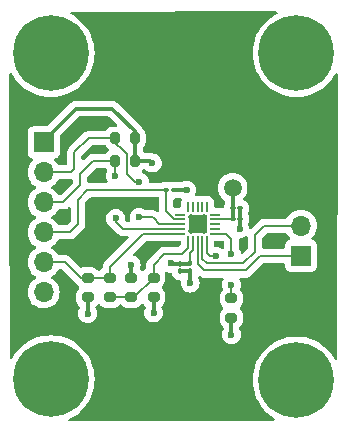
<source format=gbr>
%TF.GenerationSoftware,KiCad,Pcbnew,8.0.5*%
%TF.CreationDate,2025-02-27T19:14:30+02:00*%
%TF.ProjectId,_autosave-QS390,5f617574-6f73-4617-9665-2d5153333930,rev?*%
%TF.SameCoordinates,Original*%
%TF.FileFunction,Copper,L1,Top*%
%TF.FilePolarity,Positive*%
%FSLAX46Y46*%
G04 Gerber Fmt 4.6, Leading zero omitted, Abs format (unit mm)*
G04 Created by KiCad (PCBNEW 8.0.5) date 2025-02-27 19:14:30*
%MOMM*%
%LPD*%
G01*
G04 APERTURE LIST*
G04 Aperture macros list*
%AMRoundRect*
0 Rectangle with rounded corners*
0 $1 Rounding radius*
0 $2 $3 $4 $5 $6 $7 $8 $9 X,Y pos of 4 corners*
0 Add a 4 corners polygon primitive as box body*
4,1,4,$2,$3,$4,$5,$6,$7,$8,$9,$2,$3,0*
0 Add four circle primitives for the rounded corners*
1,1,$1+$1,$2,$3*
1,1,$1+$1,$4,$5*
1,1,$1+$1,$6,$7*
1,1,$1+$1,$8,$9*
0 Add four rect primitives between the rounded corners*
20,1,$1+$1,$2,$3,$4,$5,0*
20,1,$1+$1,$4,$5,$6,$7,0*
20,1,$1+$1,$6,$7,$8,$9,0*
20,1,$1+$1,$8,$9,$2,$3,0*%
G04 Aperture macros list end*
%TA.AperFunction,ComponentPad*%
%ADD10R,1.700000X1.700000*%
%TD*%
%TA.AperFunction,ComponentPad*%
%ADD11O,1.700000X1.700000*%
%TD*%
%TA.AperFunction,ComponentPad*%
%ADD12C,0.800000*%
%TD*%
%TA.AperFunction,ComponentPad*%
%ADD13C,6.400000*%
%TD*%
%TA.AperFunction,SMDPad,CuDef*%
%ADD14C,1.500000*%
%TD*%
%TA.AperFunction,SMDPad,CuDef*%
%ADD15RoundRect,0.200000X-0.275000X0.200000X-0.275000X-0.200000X0.275000X-0.200000X0.275000X0.200000X0*%
%TD*%
%TA.AperFunction,SMDPad,CuDef*%
%ADD16RoundRect,0.200000X0.200000X0.275000X-0.200000X0.275000X-0.200000X-0.275000X0.200000X-0.275000X0*%
%TD*%
%TA.AperFunction,SMDPad,CuDef*%
%ADD17RoundRect,0.050000X-0.375000X-0.050000X0.375000X-0.050000X0.375000X0.050000X-0.375000X0.050000X0*%
%TD*%
%TA.AperFunction,SMDPad,CuDef*%
%ADD18RoundRect,0.050000X-0.050000X-0.375000X0.050000X-0.375000X0.050000X0.375000X-0.050000X0.375000X0*%
%TD*%
%TA.AperFunction,HeatsinkPad*%
%ADD19C,0.500000*%
%TD*%
%TA.AperFunction,HeatsinkPad*%
%ADD20R,1.650000X1.650000*%
%TD*%
%TA.AperFunction,SMDPad,CuDef*%
%ADD21RoundRect,0.100000X-0.130000X-0.100000X0.130000X-0.100000X0.130000X0.100000X-0.130000X0.100000X0*%
%TD*%
%TA.AperFunction,SMDPad,CuDef*%
%ADD22RoundRect,0.100000X-0.100000X0.130000X-0.100000X-0.130000X0.100000X-0.130000X0.100000X0.130000X0*%
%TD*%
%TA.AperFunction,ViaPad*%
%ADD23C,0.600000*%
%TD*%
%TA.AperFunction,Conductor*%
%ADD24C,0.200000*%
%TD*%
%TA.AperFunction,Conductor*%
%ADD25C,0.300000*%
%TD*%
G04 APERTURE END LIST*
D10*
%TO.P,J1,1,Pin_1*%
%TO.N,+3V3*%
X79400000Y-63660000D03*
D11*
%TO.P,J1,2,Pin_2*%
%TO.N,/SDA*%
X79400000Y-66200000D03*
%TO.P,J1,3,Pin_3*%
%TO.N,/SCL*%
X79400000Y-68740000D03*
%TO.P,J1,4,Pin_4*%
%TO.N,/MCLR*%
X79400000Y-71280000D03*
%TO.P,J1,5,Pin_5*%
%TO.N,/ADDR-PWM*%
X79400000Y-73820000D03*
%TO.P,J1,6,Pin_6*%
%TO.N,GND*%
X79400000Y-76360000D03*
%TD*%
D12*
%TO.P,H3,1,1*%
%TO.N,GND*%
X77600000Y-83700000D03*
X78302944Y-82002944D03*
X78302944Y-85397056D03*
X80000000Y-81300000D03*
D13*
X80000000Y-83700000D03*
D12*
X80000000Y-86100000D03*
X81697056Y-82002944D03*
X81697056Y-85397056D03*
X82400000Y-83700000D03*
%TD*%
%TO.P,H4,1,1*%
%TO.N,GND*%
X98400000Y-83800000D03*
X99102944Y-82102944D03*
X99102944Y-85497056D03*
X100800000Y-81400000D03*
D13*
X100800000Y-83800000D03*
D12*
X100800000Y-86200000D03*
X102497056Y-82102944D03*
X102497056Y-85497056D03*
X103200000Y-83800000D03*
%TD*%
%TO.P,H2,1,1*%
%TO.N,GND*%
X98400000Y-56100000D03*
X99102944Y-54402944D03*
X99102944Y-57797056D03*
X100800000Y-53700000D03*
D13*
X100800000Y-56100000D03*
D12*
X100800000Y-58500000D03*
X102497056Y-54402944D03*
X102497056Y-57797056D03*
X103200000Y-56100000D03*
%TD*%
%TO.P,H1,1,1*%
%TO.N,GND*%
X77600000Y-56100000D03*
X78302944Y-54402944D03*
X78302944Y-57797056D03*
X80000000Y-53700000D03*
D13*
X80000000Y-56100000D03*
D12*
X80000000Y-58500000D03*
X81697056Y-54402944D03*
X81697056Y-57797056D03*
X82400000Y-56100000D03*
%TD*%
D14*
%TO.P,TP1,1,1*%
%TO.N,Net-(U1-VREG)*%
X95400000Y-67500000D03*
%TD*%
D15*
%TO.P,R2,1*%
%TO.N,/ADDR-PWM*%
X83125000Y-75125000D03*
%TO.P,R2,2*%
%TO.N,GND*%
X83125000Y-76775000D03*
%TD*%
D10*
%TO.P,J2,1,Pin_1*%
%TO.N,Net-(J2-Pin_1)*%
X101175000Y-73250000D03*
D11*
%TO.P,J2,2,Pin_2*%
%TO.N,Net-(J2-Pin_2)*%
X101175000Y-70710000D03*
%TD*%
D16*
%TO.P,R1,1*%
%TO.N,+3V3*%
X87125000Y-63300000D03*
%TO.P,R1,2*%
%TO.N,/SDA*%
X85475000Y-63300000D03*
%TD*%
D15*
%TO.P,R5,1*%
%TO.N,+3V3*%
X86800000Y-75100000D03*
%TO.P,R5,2*%
%TO.N,Net-(U1-TRIG_HAPTICS{slash}AUTO_WAKE)*%
X86800000Y-76750000D03*
%TD*%
%TO.P,R7,2*%
%TO.N,GND*%
X95300000Y-78525000D03*
%TO.P,R7,1*%
%TO.N,Net-(U1-MODE_SEL)*%
X95300000Y-76875000D03*
%TD*%
%TO.P,R4,1*%
%TO.N,/ADDR-PWM*%
X85000000Y-75100000D03*
%TO.P,R4,2*%
%TO.N,Net-(U1-TRIG_HAPTICS{slash}AUTO_WAKE)*%
X85000000Y-76750000D03*
%TD*%
D17*
%TO.P,U1,1,NC*%
%TO.N,unconnected-(U1-NC-Pad1)*%
X90975000Y-69775000D03*
%TO.P,U1,2,MCLR*%
%TO.N,/MCLR*%
X90975000Y-70175000D03*
%TO.P,U1,3,SDA/NC*%
%TO.N,/SDA*%
X90975000Y-70575000D03*
%TO.P,U1,4,SCL/DIR*%
%TO.N,/SCL*%
X90975000Y-70975000D03*
%TO.P,U1,5,ADDR_SEL/PWM_IN*%
%TO.N,/ADDR-PWM*%
X90975000Y-71375000D03*
D18*
%TO.P,U1,6,TRIG_HAPTICS/AUTO_WAKE*%
%TO.N,Net-(U1-TRIG_HAPTICS{slash}AUTO_WAKE)*%
X91625000Y-72025000D03*
%TO.P,U1,7,VDD*%
%TO.N,+3V3*%
X92025000Y-72025000D03*
%TO.P,U1,8,M+*%
%TO.N,Net-(J2-Pin_1)*%
X92425000Y-72025000D03*
%TO.P,U1,9,M-*%
%TO.N,Net-(J2-Pin_2)*%
X92825000Y-72025000D03*
%TO.P,U1,10,VSS*%
%TO.N,GND*%
X93225000Y-72025000D03*
D17*
%TO.P,U1,11,MODE_SEL*%
%TO.N,Net-(U1-MODE_SEL)*%
X93875000Y-71375000D03*
%TO.P,U1,12*%
%TO.N,N/C*%
X93875000Y-70975000D03*
%TO.P,U1,13,NC*%
%TO.N,unconnected-(U1-NC-Pad13)*%
X93875000Y-70575000D03*
%TO.P,U1,14,VREG*%
%TO.N,Net-(U1-VREG)*%
X93875000Y-70175000D03*
%TO.P,U1,15,NC*%
%TO.N,unconnected-(U1-NC-Pad15)*%
X93875000Y-69775000D03*
D18*
%TO.P,U1,16,NC*%
%TO.N,unconnected-(U1-NC-Pad16)*%
X93225000Y-69125000D03*
%TO.P,U1,17*%
%TO.N,N/C*%
X92825000Y-69125000D03*
%TO.P,U1,18*%
X92425000Y-69125000D03*
%TO.P,U1,19*%
X92025000Y-69125000D03*
%TO.P,U1,20,NC*%
%TO.N,unconnected-(U1-NC-Pad20)*%
X91625000Y-69125000D03*
D19*
%TO.P,U1,21,EP*%
%TO.N,GND*%
X91850000Y-70000000D03*
X91850000Y-71150000D03*
D20*
X92425000Y-70575000D03*
D19*
X93000000Y-70000000D03*
X93000000Y-71150000D03*
%TD*%
D16*
%TO.P,R3,1*%
%TO.N,+3V3*%
X87125000Y-65200000D03*
%TO.P,R3,2*%
%TO.N,/SCL*%
X85475000Y-65200000D03*
%TD*%
D21*
%TO.P,C5,1*%
%TO.N,Net-(U1-VREG)*%
X95400000Y-69250000D03*
%TO.P,C5,2*%
%TO.N,GND*%
X96040000Y-69250000D03*
%TD*%
D22*
%TO.P,C3,1*%
%TO.N,+3V3*%
X90975000Y-73925000D03*
%TO.P,C3,2*%
%TO.N,GND*%
X90975000Y-74565000D03*
%TD*%
%TO.P,C2,2*%
%TO.N,GND*%
X91775000Y-74545000D03*
%TO.P,C2,1*%
%TO.N,+3V3*%
X91775000Y-73905000D03*
%TD*%
D15*
%TO.P,R6,1*%
%TO.N,Net-(U1-TRIG_HAPTICS{slash}AUTO_WAKE)*%
X88700000Y-75100000D03*
%TO.P,R6,2*%
%TO.N,GND*%
X88700000Y-76750000D03*
%TD*%
D21*
%TO.P,C4,1*%
%TO.N,Net-(U1-VREG)*%
X95400000Y-70150000D03*
%TO.P,C4,2*%
%TO.N,GND*%
X96040000Y-70150000D03*
%TD*%
%TO.P,C1,1*%
%TO.N,/MCLR*%
X89780000Y-67700000D03*
%TO.P,C1,2*%
%TO.N,GND*%
X90420000Y-67700000D03*
%TD*%
D23*
%TO.N,GND*%
X88700000Y-78100000D03*
X91800000Y-75565000D03*
X95985000Y-70985000D03*
X83125000Y-78150000D03*
X94000000Y-73300000D03*
X91500000Y-67700000D03*
X95300000Y-79925000D03*
%TO.N,+3V3*%
X90200000Y-73900000D03*
X86800000Y-74000000D03*
X88600000Y-65400000D03*
%TO.N,/SDA*%
X87500000Y-67000000D03*
X87500000Y-70000000D03*
%TO.N,/SCL*%
X85500000Y-70100000D03*
X85475000Y-66475000D03*
%TO.N,Net-(U1-MODE_SEL)*%
X95300000Y-73100000D03*
X95300000Y-75700000D03*
%TD*%
D24*
%TO.N,Net-(J2-Pin_1)*%
X97750000Y-73250000D02*
X101175000Y-73250000D01*
X97300000Y-73700000D02*
X97750000Y-73250000D01*
X97300000Y-73700000D02*
X96500000Y-74500000D01*
X97495000Y-73505000D02*
X97300000Y-73700000D01*
X92425000Y-73925000D02*
X92425000Y-72025000D01*
X96500000Y-74500000D02*
X93000000Y-74500000D01*
X93000000Y-74500000D02*
X92425000Y-73925000D01*
%TO.N,Net-(J2-Pin_2)*%
X98090000Y-70710000D02*
X97600000Y-71200000D01*
X97600000Y-71200000D02*
X97835000Y-70965000D01*
X101175000Y-70710000D02*
X98090000Y-70710000D01*
X97300000Y-71500000D02*
X97600000Y-71200000D01*
D25*
%TO.N,GND*%
X83125000Y-76775000D02*
X83125000Y-78150000D01*
X91775000Y-74545000D02*
X91775000Y-75325000D01*
X91755000Y-74565000D02*
X91775000Y-74545000D01*
X96040000Y-70150000D02*
X96040000Y-70930000D01*
D24*
X93225000Y-73025000D02*
X93500000Y-73300000D01*
D25*
X90420000Y-67700000D02*
X91500000Y-67700000D01*
D24*
X93225000Y-72025000D02*
X93225000Y-73025000D01*
D25*
X91775000Y-75325000D02*
X91800000Y-75350000D01*
X95985000Y-70985000D02*
X96040000Y-70930000D01*
D24*
X93500000Y-73300000D02*
X94000000Y-73300000D01*
D25*
X95275000Y-79900000D02*
X95300000Y-79925000D01*
X95275000Y-78625000D02*
X95275000Y-79900000D01*
X88700000Y-76750000D02*
X88700000Y-78100000D01*
X96040000Y-70150000D02*
X96040000Y-69250000D01*
X90975000Y-74565000D02*
X91755000Y-74565000D01*
D24*
%TO.N,/ADDR-PWM*%
X90975000Y-71375000D02*
X87825000Y-71375000D01*
X82525000Y-75125000D02*
X81200000Y-73800000D01*
X81180000Y-73820000D02*
X79400000Y-73820000D01*
X83125000Y-75125000D02*
X84975000Y-75125000D01*
X87825000Y-71375000D02*
X85000000Y-74200000D01*
X83125000Y-75125000D02*
X82525000Y-75125000D01*
X84975000Y-75125000D02*
X85000000Y-75100000D01*
X81200000Y-73800000D02*
X81180000Y-73820000D01*
X85000000Y-74200000D02*
X85000000Y-75100000D01*
%TO.N,+3V3*%
X92025000Y-72775000D02*
X91775000Y-73025000D01*
D25*
X87125000Y-62725000D02*
X87125000Y-63300000D01*
X82100000Y-60800000D02*
X85200000Y-60800000D01*
X90975000Y-73925000D02*
X91755000Y-73925000D01*
D24*
X91775000Y-73025000D02*
X91775000Y-73740000D01*
D25*
X90225000Y-73925000D02*
X90200000Y-73900000D01*
X79400000Y-63500000D02*
X82100000Y-60800000D01*
X88400000Y-65200000D02*
X88600000Y-65400000D01*
X90975000Y-73925000D02*
X90225000Y-73925000D01*
D24*
X92025000Y-72025000D02*
X92025000Y-72775000D01*
D25*
X87125000Y-63300000D02*
X87125000Y-65200000D01*
X87125000Y-65200000D02*
X88400000Y-65200000D01*
X91755000Y-73925000D02*
X91775000Y-73905000D01*
X79400000Y-63660000D02*
X79400000Y-63500000D01*
X86800000Y-75100000D02*
X86800000Y-74000000D01*
X85200000Y-60800000D02*
X87125000Y-62725000D01*
%TO.N,Net-(U1-VREG)*%
X95400000Y-69250000D02*
X95400000Y-67500000D01*
X95400000Y-70150000D02*
X95400000Y-69250000D01*
D24*
X95375000Y-70175000D02*
X95400000Y-70150000D01*
X93875000Y-70175000D02*
X95375000Y-70175000D01*
%TO.N,/SDA*%
X87100000Y-67000000D02*
X87500000Y-67000000D01*
X86100000Y-64300000D02*
X86425000Y-64625000D01*
X85375000Y-63300000D02*
X85375000Y-63575000D01*
X89175000Y-70575000D02*
X88700000Y-70100000D01*
X90975000Y-70575000D02*
X89175000Y-70575000D01*
X79400000Y-66200000D02*
X81700000Y-66200000D01*
X83200000Y-63300000D02*
X85475000Y-63300000D01*
X86425000Y-64625000D02*
X86425000Y-66325000D01*
X82000000Y-65900000D02*
X82000000Y-64500000D01*
X81700000Y-66200000D02*
X82000000Y-65900000D01*
X85475000Y-63300000D02*
X85475000Y-63475000D01*
X82000000Y-64500000D02*
X83200000Y-63300000D01*
X88600000Y-70000000D02*
X87500000Y-70000000D01*
X86425000Y-66325000D02*
X86900000Y-66800000D01*
X85475000Y-63300000D02*
X85475000Y-63675000D01*
X85475000Y-63675000D02*
X86100000Y-64300000D01*
X88700000Y-70100000D02*
X88600000Y-70000000D01*
X86900000Y-66800000D02*
X87100000Y-67000000D01*
%TO.N,/MCLR*%
X89780000Y-69501360D02*
X89780000Y-67700000D01*
X83100000Y-67700000D02*
X89780000Y-67700000D01*
X81620000Y-71280000D02*
X82300000Y-70600000D01*
X90975000Y-70175000D02*
X90453640Y-70175000D01*
X82300000Y-68500000D02*
X83100000Y-67700000D01*
X90453640Y-70175000D02*
X89780000Y-69501360D01*
X79400000Y-71280000D02*
X81620000Y-71280000D01*
X82300000Y-70600000D02*
X82300000Y-68500000D01*
%TO.N,/SCL*%
X85475000Y-65200000D02*
X85475000Y-66475000D01*
X85500000Y-66500000D02*
X85475000Y-66475000D01*
X83600000Y-65200000D02*
X85475000Y-65200000D01*
X82500000Y-67300000D02*
X82500000Y-66300000D01*
X85600000Y-70500000D02*
X85500000Y-70400000D01*
X79400000Y-68740000D02*
X81060000Y-68740000D01*
X81060000Y-68740000D02*
X82500000Y-67300000D01*
X86075000Y-70975000D02*
X85600000Y-70500000D01*
X82500000Y-66300000D02*
X83600000Y-65200000D01*
X85500000Y-70400000D02*
X85500000Y-70100000D01*
X90975000Y-70975000D02*
X86075000Y-70975000D01*
%TO.N,Net-(J2-Pin_2)*%
X96300000Y-73900000D02*
X97300000Y-72900000D01*
X92825000Y-72025000D02*
X92825000Y-73525000D01*
X92825000Y-73525000D02*
X93200000Y-73900000D01*
X97300000Y-72900000D02*
X97300000Y-71500000D01*
X93200000Y-73900000D02*
X96300000Y-73900000D01*
%TO.N,Net-(U1-TRIG_HAPTICS{slash}AUTO_WAKE)*%
X91625000Y-72375000D02*
X91600000Y-72400000D01*
X88700000Y-74000000D02*
X88700000Y-75100000D01*
X91625000Y-72025000D02*
X91625000Y-72375000D01*
X85000000Y-76750000D02*
X86800000Y-76750000D01*
X91100000Y-73100000D02*
X89600000Y-73100000D01*
X87050000Y-76750000D02*
X86800000Y-76750000D01*
X88700000Y-75100000D02*
X87050000Y-76750000D01*
X91625000Y-72575000D02*
X91100000Y-73100000D01*
X91625000Y-72025000D02*
X91625000Y-72575000D01*
X89600000Y-73100000D02*
X88700000Y-74000000D01*
%TO.N,Net-(U1-MODE_SEL)*%
X95300000Y-76875000D02*
X95300000Y-75700000D01*
X94875000Y-71375000D02*
X93875000Y-71375000D01*
X95300000Y-71800000D02*
X94875000Y-71375000D01*
X95300000Y-73100000D02*
X95300000Y-71800000D01*
%TD*%
%TA.AperFunction,NonConductor*%
G36*
X99144326Y-52580871D02*
G01*
X99190187Y-52633582D01*
X99200270Y-52702721D01*
X99171373Y-52766335D01*
X99133792Y-52795806D01*
X98947206Y-52890877D01*
X98621917Y-53102122D01*
X98320488Y-53346215D01*
X98320480Y-53346222D01*
X98046222Y-53620480D01*
X98046215Y-53620488D01*
X97802122Y-53921917D01*
X97590877Y-54247206D01*
X97414787Y-54592802D01*
X97275788Y-54954905D01*
X97175397Y-55329570D01*
X97175397Y-55329572D01*
X97114722Y-55712660D01*
X97094422Y-56099999D01*
X97094422Y-56100000D01*
X97114722Y-56487339D01*
X97175397Y-56870427D01*
X97175397Y-56870429D01*
X97275788Y-57245094D01*
X97414787Y-57607197D01*
X97590877Y-57952793D01*
X97802122Y-58278082D01*
X97802124Y-58278084D01*
X98046219Y-58579516D01*
X98320484Y-58853781D01*
X98320488Y-58853784D01*
X98621917Y-59097877D01*
X98947206Y-59309122D01*
X98947211Y-59309125D01*
X99292806Y-59485214D01*
X99654913Y-59624214D01*
X100029567Y-59724602D01*
X100412662Y-59785278D01*
X100778576Y-59804455D01*
X100799999Y-59805578D01*
X100800000Y-59805578D01*
X100800001Y-59805578D01*
X100820301Y-59804514D01*
X101187338Y-59785278D01*
X101570433Y-59724602D01*
X101945087Y-59624214D01*
X102307194Y-59485214D01*
X102652789Y-59309125D01*
X102978084Y-59097876D01*
X103279516Y-58853781D01*
X103553781Y-58579516D01*
X103797876Y-58278084D01*
X104009125Y-57952789D01*
X104062898Y-57847252D01*
X104110872Y-57796457D01*
X104178693Y-57779662D01*
X104244828Y-57802199D01*
X104288280Y-57856914D01*
X104297383Y-57903673D01*
X104273190Y-81949096D01*
X104253438Y-82016115D01*
X104200588Y-82061817D01*
X104131419Y-82071691D01*
X104067893Y-82042602D01*
X104038705Y-82005265D01*
X104009125Y-81947211D01*
X104009124Y-81947208D01*
X103797877Y-81621917D01*
X103553784Y-81320488D01*
X103553781Y-81320484D01*
X103279516Y-81046219D01*
X103156030Y-80946222D01*
X102978082Y-80802122D01*
X102652793Y-80590877D01*
X102307197Y-80414787D01*
X101945094Y-80275788D01*
X101940373Y-80274523D01*
X101570433Y-80175398D01*
X101570429Y-80175397D01*
X101570428Y-80175397D01*
X101187339Y-80114722D01*
X100800001Y-80094422D01*
X100799999Y-80094422D01*
X100412660Y-80114722D01*
X100029572Y-80175397D01*
X100029570Y-80175397D01*
X99654905Y-80275788D01*
X99292802Y-80414787D01*
X98947206Y-80590877D01*
X98621917Y-80802122D01*
X98320488Y-81046215D01*
X98320480Y-81046222D01*
X98046222Y-81320480D01*
X98046215Y-81320488D01*
X97802122Y-81621917D01*
X97590877Y-81947206D01*
X97414787Y-82292802D01*
X97275788Y-82654905D01*
X97175397Y-83029570D01*
X97175397Y-83029572D01*
X97130561Y-83312660D01*
X97114722Y-83412662D01*
X97094422Y-83800000D01*
X97114722Y-84187338D01*
X97175398Y-84570433D01*
X97259920Y-84885876D01*
X97275788Y-84945094D01*
X97414787Y-85307197D01*
X97590877Y-85652793D01*
X97802122Y-85978082D01*
X97965243Y-86179519D01*
X98046219Y-86279516D01*
X98320484Y-86553781D01*
X98320488Y-86553784D01*
X98621917Y-86797877D01*
X98908491Y-86983981D01*
X98953994Y-87037002D01*
X98963608Y-87106207D01*
X98934281Y-87169624D01*
X98875324Y-87207118D01*
X98841517Y-87211975D01*
X81622553Y-87289889D01*
X81555425Y-87270508D01*
X81509432Y-87217911D01*
X81499176Y-87148799D01*
X81527913Y-87085112D01*
X81565695Y-87055405D01*
X81852789Y-86909125D01*
X82178084Y-86697876D01*
X82479516Y-86453781D01*
X82753781Y-86179516D01*
X82997876Y-85878084D01*
X83209125Y-85552789D01*
X83385214Y-85207194D01*
X83524214Y-84845087D01*
X83624602Y-84470433D01*
X83685278Y-84087338D01*
X83705578Y-83700000D01*
X83685278Y-83312662D01*
X83624602Y-82929567D01*
X83524214Y-82554913D01*
X83385214Y-82192806D01*
X83209125Y-81847211D01*
X83209122Y-81847206D01*
X82997877Y-81521917D01*
X82753784Y-81220488D01*
X82753781Y-81220484D01*
X82479516Y-80946219D01*
X82188266Y-80710369D01*
X82178082Y-80702122D01*
X81852793Y-80490877D01*
X81507197Y-80314787D01*
X81145094Y-80175788D01*
X81145087Y-80175786D01*
X80770433Y-80075398D01*
X80770429Y-80075397D01*
X80770428Y-80075397D01*
X80387339Y-80014722D01*
X80000001Y-79994422D01*
X79999999Y-79994422D01*
X79612660Y-80014722D01*
X79229572Y-80075397D01*
X79229570Y-80075397D01*
X78854905Y-80175788D01*
X78492802Y-80314787D01*
X78147206Y-80490877D01*
X77821917Y-80702122D01*
X77520488Y-80946215D01*
X77520480Y-80946222D01*
X77246222Y-81220480D01*
X77246215Y-81220488D01*
X77002122Y-81521917D01*
X76790877Y-81847206D01*
X76741421Y-81944269D01*
X76693446Y-81995065D01*
X76625625Y-82011860D01*
X76559490Y-81989322D01*
X76516039Y-81934607D01*
X76506936Y-81888007D01*
X76503065Y-66199999D01*
X78044341Y-66199999D01*
X78044341Y-66200000D01*
X78064936Y-66435403D01*
X78064938Y-66435413D01*
X78126094Y-66663655D01*
X78126096Y-66663659D01*
X78126097Y-66663663D01*
X78189906Y-66800501D01*
X78225965Y-66877830D01*
X78225967Y-66877834D01*
X78332862Y-67030494D01*
X78339560Y-67040061D01*
X78361501Y-67071395D01*
X78361506Y-67071402D01*
X78528597Y-67238493D01*
X78528603Y-67238498D01*
X78714158Y-67368425D01*
X78757783Y-67423002D01*
X78764977Y-67492500D01*
X78733454Y-67554855D01*
X78714158Y-67571575D01*
X78528597Y-67701505D01*
X78361505Y-67868597D01*
X78225965Y-68062169D01*
X78225964Y-68062171D01*
X78126098Y-68276335D01*
X78126094Y-68276344D01*
X78064938Y-68504586D01*
X78064936Y-68504596D01*
X78044341Y-68739999D01*
X78044341Y-68740000D01*
X78064936Y-68975403D01*
X78064938Y-68975413D01*
X78126094Y-69203655D01*
X78126096Y-69203659D01*
X78126097Y-69203663D01*
X78189906Y-69340501D01*
X78225965Y-69417830D01*
X78225967Y-69417834D01*
X78361501Y-69611395D01*
X78361506Y-69611402D01*
X78528597Y-69778493D01*
X78528603Y-69778498D01*
X78714158Y-69908425D01*
X78757783Y-69963002D01*
X78764977Y-70032500D01*
X78733454Y-70094855D01*
X78714158Y-70111575D01*
X78528597Y-70241505D01*
X78361505Y-70408597D01*
X78225965Y-70602169D01*
X78225964Y-70602171D01*
X78126098Y-70816335D01*
X78126094Y-70816344D01*
X78064938Y-71044586D01*
X78064936Y-71044596D01*
X78044341Y-71279999D01*
X78044341Y-71280000D01*
X78064936Y-71515403D01*
X78064938Y-71515413D01*
X78126094Y-71743655D01*
X78126096Y-71743659D01*
X78126097Y-71743663D01*
X78189906Y-71880501D01*
X78225965Y-71957830D01*
X78225967Y-71957834D01*
X78361501Y-72151395D01*
X78361506Y-72151402D01*
X78528597Y-72318493D01*
X78528603Y-72318498D01*
X78714158Y-72448425D01*
X78757783Y-72503002D01*
X78764977Y-72572500D01*
X78733454Y-72634855D01*
X78714158Y-72651575D01*
X78528597Y-72781505D01*
X78361505Y-72948597D01*
X78225965Y-73142169D01*
X78225964Y-73142171D01*
X78126098Y-73356335D01*
X78126094Y-73356344D01*
X78064938Y-73584586D01*
X78064936Y-73584596D01*
X78044341Y-73819999D01*
X78044341Y-73820000D01*
X78064936Y-74055403D01*
X78064938Y-74055413D01*
X78126094Y-74283655D01*
X78126096Y-74283659D01*
X78126097Y-74283663D01*
X78210569Y-74464814D01*
X78225965Y-74497830D01*
X78225967Y-74497834D01*
X78304783Y-74610394D01*
X78357281Y-74685369D01*
X78361501Y-74691395D01*
X78361506Y-74691402D01*
X78528597Y-74858493D01*
X78528603Y-74858498D01*
X78714158Y-74988425D01*
X78757783Y-75043002D01*
X78764977Y-75112500D01*
X78733454Y-75174855D01*
X78714158Y-75191575D01*
X78528597Y-75321505D01*
X78361505Y-75488597D01*
X78225965Y-75682169D01*
X78225964Y-75682171D01*
X78126098Y-75896335D01*
X78126094Y-75896344D01*
X78064938Y-76124586D01*
X78064936Y-76124596D01*
X78044341Y-76359999D01*
X78044341Y-76360000D01*
X78064936Y-76595403D01*
X78064938Y-76595413D01*
X78126094Y-76823655D01*
X78126096Y-76823659D01*
X78126097Y-76823663D01*
X78211408Y-77006613D01*
X78225965Y-77037830D01*
X78225967Y-77037834D01*
X78296417Y-77138446D01*
X78361505Y-77231401D01*
X78528599Y-77398495D01*
X78545300Y-77410189D01*
X78722165Y-77534032D01*
X78722167Y-77534033D01*
X78722170Y-77534035D01*
X78936337Y-77633903D01*
X78936343Y-77633904D01*
X78936344Y-77633905D01*
X78991285Y-77648626D01*
X79164592Y-77695063D01*
X79345640Y-77710903D01*
X79399999Y-77715659D01*
X79400000Y-77715659D01*
X79400001Y-77715659D01*
X79454360Y-77710903D01*
X79635408Y-77695063D01*
X79863663Y-77633903D01*
X80077830Y-77534035D01*
X80271401Y-77398495D01*
X80438495Y-77231401D01*
X80574035Y-77037830D01*
X80673903Y-76823663D01*
X80735063Y-76595408D01*
X80755659Y-76360000D01*
X80735063Y-76124592D01*
X80673903Y-75896337D01*
X80574035Y-75682171D01*
X80536985Y-75629257D01*
X80438494Y-75488597D01*
X80271402Y-75321506D01*
X80271396Y-75321501D01*
X80085842Y-75191575D01*
X80042217Y-75136998D01*
X80035023Y-75067500D01*
X80066546Y-75005145D01*
X80085842Y-74988425D01*
X80190478Y-74915158D01*
X80271401Y-74858495D01*
X80438495Y-74691401D01*
X80574035Y-74497830D01*
X80576707Y-74492097D01*
X80622878Y-74439658D01*
X80689091Y-74420500D01*
X80919903Y-74420500D01*
X80986942Y-74440185D01*
X81007584Y-74456819D01*
X82040139Y-75489374D01*
X82040149Y-75489385D01*
X82044479Y-75493715D01*
X82044480Y-75493716D01*
X82156284Y-75605520D01*
X82181663Y-75620172D01*
X82197399Y-75629257D01*
X82241517Y-75672495D01*
X82294526Y-75760183D01*
X82396661Y-75862318D01*
X82430146Y-75923641D01*
X82425162Y-75993333D01*
X82396662Y-76037680D01*
X82294529Y-76139813D01*
X82206522Y-76285393D01*
X82155913Y-76447807D01*
X82149500Y-76518386D01*
X82149500Y-77031613D01*
X82155913Y-77102192D01*
X82155913Y-77102194D01*
X82155914Y-77102196D01*
X82206522Y-77264606D01*
X82290389Y-77403339D01*
X82294530Y-77410188D01*
X82414810Y-77530468D01*
X82420715Y-77535094D01*
X82419911Y-77536119D01*
X82461833Y-77581890D01*
X82474500Y-77636488D01*
X82474500Y-77644931D01*
X82455494Y-77710903D01*
X82399211Y-77800477D01*
X82399209Y-77800481D01*
X82339633Y-77970737D01*
X82339630Y-77970750D01*
X82319435Y-78149996D01*
X82319435Y-78150003D01*
X82339630Y-78329249D01*
X82339631Y-78329254D01*
X82399211Y-78499523D01*
X82463767Y-78602262D01*
X82495184Y-78652262D01*
X82622738Y-78779816D01*
X82625598Y-78781613D01*
X82737923Y-78852192D01*
X82775478Y-78875789D01*
X82860573Y-78905565D01*
X82945745Y-78935368D01*
X82945750Y-78935369D01*
X83124996Y-78955565D01*
X83125000Y-78955565D01*
X83125004Y-78955565D01*
X83304249Y-78935369D01*
X83304252Y-78935368D01*
X83304255Y-78935368D01*
X83474522Y-78875789D01*
X83627262Y-78779816D01*
X83754816Y-78652262D01*
X83850789Y-78499522D01*
X83910368Y-78329255D01*
X83916002Y-78279254D01*
X83930565Y-78150003D01*
X83930565Y-78149996D01*
X83910369Y-77970750D01*
X83910366Y-77970737D01*
X83850790Y-77800481D01*
X83850789Y-77800478D01*
X83819372Y-77750478D01*
X83794506Y-77710903D01*
X83775500Y-77644931D01*
X83775500Y-77636488D01*
X83795185Y-77569449D01*
X83829809Y-77535763D01*
X83829285Y-77535094D01*
X83835180Y-77530474D01*
X83835185Y-77530472D01*
X83955472Y-77410185D01*
X83964296Y-77395588D01*
X84015818Y-77348402D01*
X84084677Y-77336560D01*
X84149007Y-77363826D01*
X84168024Y-77383266D01*
X84169528Y-77385186D01*
X84289811Y-77505469D01*
X84289813Y-77505470D01*
X84289815Y-77505472D01*
X84435394Y-77593478D01*
X84597804Y-77644086D01*
X84668384Y-77650500D01*
X84668387Y-77650500D01*
X85331613Y-77650500D01*
X85331616Y-77650500D01*
X85402196Y-77644086D01*
X85564606Y-77593478D01*
X85710185Y-77505472D01*
X85710195Y-77505462D01*
X85812319Y-77403339D01*
X85873642Y-77369854D01*
X85943334Y-77374838D01*
X85987681Y-77403339D01*
X86089811Y-77505469D01*
X86089813Y-77505470D01*
X86089815Y-77505472D01*
X86235394Y-77593478D01*
X86397804Y-77644086D01*
X86468384Y-77650500D01*
X86468387Y-77650500D01*
X87131613Y-77650500D01*
X87131616Y-77650500D01*
X87202196Y-77644086D01*
X87364606Y-77593478D01*
X87510185Y-77505472D01*
X87630472Y-77385185D01*
X87643883Y-77362999D01*
X87695410Y-77315812D01*
X87764269Y-77303973D01*
X87828598Y-77331241D01*
X87856117Y-77363000D01*
X87869528Y-77385185D01*
X87869531Y-77385189D01*
X87989810Y-77505468D01*
X87994523Y-77509160D01*
X88035160Y-77565997D01*
X88038617Y-77635781D01*
X88023051Y-77672747D01*
X87974213Y-77750472D01*
X87974209Y-77750481D01*
X87914633Y-77920737D01*
X87914630Y-77920750D01*
X87894435Y-78099996D01*
X87894435Y-78100003D01*
X87914630Y-78279249D01*
X87914631Y-78279254D01*
X87974211Y-78449523D01*
X88070184Y-78602262D01*
X88197738Y-78729816D01*
X88350478Y-78825789D01*
X88425945Y-78852196D01*
X88520745Y-78885368D01*
X88520750Y-78885369D01*
X88699996Y-78905565D01*
X88700000Y-78905565D01*
X88700004Y-78905565D01*
X88879249Y-78885369D01*
X88879252Y-78885368D01*
X88879255Y-78885368D01*
X89049522Y-78825789D01*
X89202262Y-78729816D01*
X89329816Y-78602262D01*
X89425789Y-78449522D01*
X89485368Y-78279255D01*
X89494545Y-78197807D01*
X89505565Y-78100003D01*
X89505565Y-78099996D01*
X89485369Y-77920750D01*
X89485366Y-77920737D01*
X89425790Y-77750481D01*
X89425789Y-77750477D01*
X89376948Y-77672748D01*
X89357948Y-77605512D01*
X89378316Y-77538676D01*
X89405480Y-77509156D01*
X89410172Y-77505479D01*
X89410185Y-77505472D01*
X89530472Y-77385185D01*
X89618478Y-77239606D01*
X89669086Y-77077196D01*
X89675500Y-77006616D01*
X89675500Y-76493384D01*
X89669086Y-76422804D01*
X89618478Y-76260394D01*
X89530472Y-76114815D01*
X89530470Y-76114813D01*
X89530469Y-76114811D01*
X89428339Y-76012681D01*
X89394854Y-75951358D01*
X89399838Y-75881666D01*
X89428339Y-75837319D01*
X89530468Y-75735189D01*
X89530469Y-75735188D01*
X89530472Y-75735185D01*
X89618478Y-75589606D01*
X89669086Y-75427196D01*
X89675500Y-75356616D01*
X89675500Y-74843384D01*
X89669086Y-74772804D01*
X89667819Y-74768737D01*
X89666669Y-74698877D01*
X89703472Y-74639485D01*
X89766542Y-74609419D01*
X89835854Y-74618224D01*
X89846902Y-74624067D01*
X89850470Y-74625786D01*
X89850477Y-74625788D01*
X89850478Y-74625789D01*
X89889619Y-74639485D01*
X90020745Y-74685368D01*
X90020750Y-74685369D01*
X90175379Y-74702791D01*
X90239793Y-74729857D01*
X90279348Y-74787452D01*
X90284435Y-74809827D01*
X90289954Y-74851754D01*
X90289956Y-74851762D01*
X90348887Y-74994035D01*
X90350464Y-74997841D01*
X90446718Y-75123282D01*
X90572159Y-75219536D01*
X90718238Y-75280044D01*
X90835639Y-75295500D01*
X90886043Y-75295499D01*
X90953081Y-75315182D01*
X90998836Y-75367985D01*
X91009263Y-75433381D01*
X90994435Y-75564994D01*
X90994435Y-75565003D01*
X91014630Y-75744249D01*
X91014631Y-75744254D01*
X91074211Y-75914523D01*
X91152676Y-76039399D01*
X91170184Y-76067262D01*
X91297738Y-76194816D01*
X91450478Y-76290789D01*
X91573791Y-76333938D01*
X91620745Y-76350368D01*
X91620750Y-76350369D01*
X91799996Y-76370565D01*
X91800000Y-76370565D01*
X91800004Y-76370565D01*
X91979249Y-76350369D01*
X91979252Y-76350368D01*
X91979255Y-76350368D01*
X92149522Y-76290789D01*
X92302262Y-76194816D01*
X92429816Y-76067262D01*
X92525789Y-75914522D01*
X92585368Y-75744255D01*
X92585369Y-75744249D01*
X92605565Y-75565003D01*
X92605565Y-75564996D01*
X92585369Y-75385750D01*
X92585368Y-75385745D01*
X92525789Y-75215478D01*
X92525788Y-75215476D01*
X92500060Y-75174530D01*
X92481060Y-75107293D01*
X92501428Y-75040458D01*
X92554696Y-74995244D01*
X92623952Y-74986007D01*
X92667048Y-75001168D01*
X92768215Y-75059577D01*
X92920943Y-75100501D01*
X92920946Y-75100501D01*
X93086654Y-75100501D01*
X93086670Y-75100500D01*
X94506921Y-75100500D01*
X94573960Y-75120185D01*
X94619715Y-75172989D01*
X94629659Y-75242147D01*
X94611915Y-75290472D01*
X94574211Y-75350476D01*
X94514631Y-75520745D01*
X94514630Y-75520750D01*
X94494435Y-75699996D01*
X94494435Y-75700003D01*
X94514630Y-75879249D01*
X94514632Y-75879257D01*
X94570668Y-76039399D01*
X94574229Y-76109178D01*
X94541308Y-76168034D01*
X94469529Y-76239813D01*
X94381522Y-76385393D01*
X94330913Y-76547807D01*
X94324500Y-76618386D01*
X94324500Y-77131613D01*
X94330913Y-77202192D01*
X94330913Y-77202194D01*
X94330914Y-77202196D01*
X94381522Y-77364606D01*
X94468908Y-77509160D01*
X94469530Y-77510188D01*
X94571661Y-77612319D01*
X94605146Y-77673642D01*
X94600162Y-77743334D01*
X94571661Y-77787681D01*
X94469531Y-77889810D01*
X94469530Y-77889811D01*
X94381522Y-78035393D01*
X94330913Y-78197807D01*
X94324500Y-78268386D01*
X94324500Y-78781613D01*
X94330913Y-78852192D01*
X94330913Y-78852194D01*
X94330914Y-78852196D01*
X94381522Y-79014606D01*
X94469528Y-79160185D01*
X94588182Y-79278839D01*
X94621666Y-79340160D01*
X94624500Y-79366519D01*
X94624500Y-79459719D01*
X94605494Y-79525690D01*
X94574209Y-79575479D01*
X94514633Y-79745737D01*
X94514630Y-79745750D01*
X94494435Y-79924996D01*
X94494435Y-79925003D01*
X94514630Y-80104249D01*
X94514631Y-80104254D01*
X94574211Y-80274523D01*
X94599511Y-80314787D01*
X94670184Y-80427262D01*
X94797738Y-80554816D01*
X94950478Y-80650789D01*
X95097179Y-80702122D01*
X95120745Y-80710368D01*
X95120750Y-80710369D01*
X95299996Y-80730565D01*
X95300000Y-80730565D01*
X95300004Y-80730565D01*
X95479249Y-80710369D01*
X95479252Y-80710368D01*
X95479255Y-80710368D01*
X95649522Y-80650789D01*
X95802262Y-80554816D01*
X95929816Y-80427262D01*
X96025789Y-80274522D01*
X96085368Y-80104255D01*
X96086476Y-80094422D01*
X96105565Y-79925003D01*
X96105565Y-79924996D01*
X96085369Y-79745750D01*
X96085368Y-79745745D01*
X96025788Y-79575475D01*
X95954277Y-79461668D01*
X95935276Y-79394431D01*
X95955643Y-79327596D01*
X95995119Y-79289579D01*
X96010185Y-79280472D01*
X96130472Y-79160185D01*
X96218478Y-79014606D01*
X96269086Y-78852196D01*
X96275500Y-78781616D01*
X96275500Y-78268384D01*
X96269086Y-78197804D01*
X96218478Y-78035394D01*
X96130472Y-77889815D01*
X96130470Y-77889813D01*
X96130469Y-77889811D01*
X96028339Y-77787681D01*
X95994854Y-77726358D01*
X95999838Y-77656666D01*
X96028339Y-77612319D01*
X96130468Y-77510189D01*
X96130469Y-77510188D01*
X96130472Y-77510185D01*
X96218478Y-77364606D01*
X96269086Y-77202196D01*
X96275500Y-77131616D01*
X96275500Y-76618384D01*
X96269086Y-76547804D01*
X96218478Y-76385394D01*
X96130472Y-76239815D01*
X96130470Y-76239813D01*
X96130469Y-76239811D01*
X96058691Y-76168033D01*
X96025206Y-76106710D01*
X96029331Y-76039399D01*
X96073028Y-75914522D01*
X96085367Y-75879259D01*
X96085369Y-75879249D01*
X96105565Y-75700003D01*
X96105565Y-75699996D01*
X96085369Y-75520750D01*
X96085368Y-75520745D01*
X96031915Y-75367985D01*
X96025789Y-75350478D01*
X95991244Y-75295500D01*
X95988085Y-75290472D01*
X95969085Y-75223235D01*
X95989453Y-75156400D01*
X96042721Y-75111186D01*
X96093079Y-75100500D01*
X96413331Y-75100500D01*
X96413347Y-75100501D01*
X96420943Y-75100501D01*
X96579054Y-75100501D01*
X96579057Y-75100501D01*
X96731785Y-75059577D01*
X96791783Y-75024937D01*
X96868716Y-74980520D01*
X96980520Y-74868716D01*
X96980520Y-74868714D01*
X96990724Y-74858511D01*
X96990727Y-74858506D01*
X97780519Y-74068716D01*
X97839102Y-74010133D01*
X97839103Y-74010131D01*
X97881807Y-73967427D01*
X97962419Y-73886818D01*
X98023742Y-73853333D01*
X98050099Y-73850500D01*
X99700501Y-73850500D01*
X99767540Y-73870185D01*
X99813295Y-73922989D01*
X99824501Y-73974500D01*
X99824501Y-74147876D01*
X99830908Y-74207483D01*
X99881202Y-74342328D01*
X99881206Y-74342335D01*
X99967452Y-74457544D01*
X99967455Y-74457547D01*
X100082664Y-74543793D01*
X100082671Y-74543797D01*
X100217517Y-74594091D01*
X100217516Y-74594091D01*
X100224444Y-74594835D01*
X100277127Y-74600500D01*
X102072872Y-74600499D01*
X102132483Y-74594091D01*
X102267331Y-74543796D01*
X102382546Y-74457546D01*
X102468796Y-74342331D01*
X102519091Y-74207483D01*
X102525500Y-74147873D01*
X102525499Y-72352128D01*
X102519091Y-72292517D01*
X102468796Y-72157669D01*
X102468795Y-72157668D01*
X102468793Y-72157664D01*
X102382547Y-72042455D01*
X102382544Y-72042452D01*
X102267335Y-71956206D01*
X102267328Y-71956202D01*
X102135917Y-71907189D01*
X102079983Y-71865318D01*
X102055566Y-71799853D01*
X102070418Y-71731580D01*
X102091563Y-71703332D01*
X102213495Y-71581401D01*
X102349035Y-71387830D01*
X102448903Y-71173663D01*
X102510063Y-70945408D01*
X102530659Y-70710000D01*
X102510063Y-70474592D01*
X102448903Y-70246337D01*
X102349035Y-70032171D01*
X102349034Y-70032169D01*
X102213494Y-69838597D01*
X102046402Y-69671506D01*
X102046395Y-69671501D01*
X102016368Y-69650476D01*
X102001117Y-69639797D01*
X101852834Y-69535967D01*
X101852830Y-69535965D01*
X101770850Y-69497737D01*
X101638663Y-69436097D01*
X101638659Y-69436096D01*
X101638655Y-69436094D01*
X101410413Y-69374938D01*
X101410403Y-69374936D01*
X101175001Y-69354341D01*
X101174999Y-69354341D01*
X100939596Y-69374936D01*
X100939586Y-69374938D01*
X100711344Y-69436094D01*
X100711335Y-69436098D01*
X100497171Y-69535964D01*
X100497169Y-69535965D01*
X100303597Y-69671505D01*
X100136506Y-69838596D01*
X100000965Y-70032170D01*
X100000962Y-70032175D01*
X99998289Y-70037909D01*
X99952115Y-70090346D01*
X99885909Y-70109500D01*
X98176670Y-70109500D01*
X98176654Y-70109499D01*
X98169058Y-70109499D01*
X98010943Y-70109499D01*
X97934579Y-70129961D01*
X97858214Y-70150423D01*
X97858209Y-70150426D01*
X97721290Y-70229475D01*
X97721282Y-70229481D01*
X97476179Y-70474586D01*
X97418687Y-70532078D01*
X97231284Y-70719481D01*
X97030021Y-70920742D01*
X96990378Y-70960386D01*
X96929055Y-70993870D01*
X96859363Y-70988886D01*
X96803430Y-70947014D01*
X96779477Y-70886587D01*
X96770369Y-70805750D01*
X96770366Y-70805737D01*
X96710789Y-70635478D01*
X96707769Y-70629206D01*
X96710636Y-70627825D01*
X96695446Y-70574048D01*
X96704877Y-70527874D01*
X96755044Y-70406762D01*
X96770500Y-70289361D01*
X96770499Y-70010640D01*
X96770499Y-70010636D01*
X96755046Y-69893246D01*
X96755044Y-69893241D01*
X96755044Y-69893238D01*
X96699938Y-69760202D01*
X96690500Y-69712750D01*
X96690500Y-69687250D01*
X96699939Y-69639797D01*
X96703465Y-69631284D01*
X96755044Y-69506762D01*
X96770500Y-69389361D01*
X96770499Y-69110640D01*
X96770499Y-69110639D01*
X96770499Y-69110636D01*
X96755046Y-68993246D01*
X96755044Y-68993239D01*
X96755044Y-68993238D01*
X96694536Y-68847159D01*
X96598282Y-68721718D01*
X96472841Y-68625464D01*
X96455874Y-68618436D01*
X96340357Y-68570587D01*
X96285954Y-68526746D01*
X96263889Y-68460452D01*
X96281168Y-68392752D01*
X96300122Y-68368352D01*
X96361598Y-68306877D01*
X96487102Y-68127639D01*
X96579575Y-67929330D01*
X96636207Y-67717977D01*
X96655277Y-67500000D01*
X96636207Y-67282023D01*
X96584107Y-67087583D01*
X96579577Y-67070677D01*
X96579576Y-67070676D01*
X96579575Y-67070670D01*
X96487102Y-66872362D01*
X96487100Y-66872359D01*
X96487099Y-66872357D01*
X96361599Y-66693124D01*
X96318951Y-66650476D01*
X96206877Y-66538402D01*
X96059787Y-66435408D01*
X96027638Y-66412897D01*
X95928484Y-66366661D01*
X95829330Y-66320425D01*
X95829326Y-66320424D01*
X95829322Y-66320422D01*
X95617977Y-66263793D01*
X95400002Y-66244723D01*
X95399998Y-66244723D01*
X95254682Y-66257436D01*
X95182023Y-66263793D01*
X95182020Y-66263793D01*
X94970677Y-66320422D01*
X94970668Y-66320426D01*
X94772361Y-66412898D01*
X94772357Y-66412900D01*
X94593121Y-66538402D01*
X94438402Y-66693121D01*
X94312900Y-66872357D01*
X94312898Y-66872361D01*
X94220426Y-67070668D01*
X94220422Y-67070677D01*
X94163793Y-67282020D01*
X94163793Y-67282024D01*
X94144723Y-67499997D01*
X94144723Y-67500002D01*
X94163793Y-67717975D01*
X94163793Y-67717979D01*
X94220422Y-67929322D01*
X94220424Y-67929326D01*
X94220425Y-67929330D01*
X94266661Y-68028484D01*
X94312897Y-68127638D01*
X94312898Y-68127639D01*
X94438402Y-68306877D01*
X94593123Y-68461598D01*
X94686164Y-68526746D01*
X94696623Y-68534069D01*
X94740248Y-68588645D01*
X94749500Y-68635644D01*
X94749500Y-68812750D01*
X94740061Y-68860203D01*
X94684956Y-68993237D01*
X94684955Y-68993239D01*
X94669753Y-69108716D01*
X94669501Y-69110636D01*
X94669500Y-69110645D01*
X94669500Y-69116477D01*
X94649815Y-69183516D01*
X94597011Y-69229271D01*
X94527853Y-69239215D01*
X94500011Y-69231832D01*
X94381563Y-69185122D01*
X94328978Y-69178808D01*
X94293102Y-69174500D01*
X94293097Y-69174500D01*
X93949500Y-69174500D01*
X93882461Y-69154815D01*
X93836706Y-69102011D01*
X93825500Y-69050500D01*
X93825500Y-68706903D01*
X93825500Y-68706898D01*
X93814877Y-68618436D01*
X93759361Y-68477658D01*
X93759360Y-68477657D01*
X93759360Y-68477656D01*
X93667922Y-68357077D01*
X93547343Y-68265639D01*
X93424999Y-68217393D01*
X93406564Y-68210123D01*
X93406563Y-68210122D01*
X93406561Y-68210122D01*
X93360926Y-68204642D01*
X93318102Y-68199500D01*
X93131898Y-68199500D01*
X93088440Y-68204718D01*
X93039783Y-68210561D01*
X93010217Y-68210561D01*
X92961559Y-68204718D01*
X92918102Y-68199500D01*
X92731898Y-68199500D01*
X92688440Y-68204718D01*
X92639783Y-68210561D01*
X92610217Y-68210561D01*
X92561559Y-68204718D01*
X92518102Y-68199500D01*
X92348072Y-68199500D01*
X92281033Y-68179815D01*
X92235278Y-68127011D01*
X92225334Y-68057853D01*
X92231030Y-68034546D01*
X92285367Y-67879257D01*
X92285368Y-67879255D01*
X92286569Y-67868597D01*
X92305565Y-67700003D01*
X92305565Y-67699996D01*
X92285369Y-67520750D01*
X92285368Y-67520745D01*
X92275485Y-67492500D01*
X92225789Y-67350478D01*
X92129816Y-67197738D01*
X92002262Y-67070184D01*
X91939096Y-67030494D01*
X91849523Y-66974211D01*
X91679254Y-66914631D01*
X91679249Y-66914630D01*
X91500004Y-66894435D01*
X91499996Y-66894435D01*
X91320750Y-66914630D01*
X91320737Y-66914633D01*
X91150481Y-66974209D01*
X91150477Y-66974210D01*
X91060904Y-67030494D01*
X90994932Y-67049500D01*
X90814823Y-67049500D01*
X90767370Y-67040061D01*
X90706762Y-67014956D01*
X90706760Y-67014955D01*
X90589361Y-66999500D01*
X90250636Y-66999500D01*
X90133234Y-67014955D01*
X90132083Y-67015264D01*
X90130891Y-67015264D01*
X90125179Y-67016016D01*
X90125080Y-67015264D01*
X90074919Y-67015264D01*
X90074820Y-67016017D01*
X90069107Y-67015264D01*
X90067917Y-67015265D01*
X90066765Y-67014956D01*
X89949361Y-66999500D01*
X89610636Y-66999500D01*
X89493246Y-67014953D01*
X89493234Y-67014957D01*
X89347163Y-67075461D01*
X89340124Y-67079526D01*
X89339117Y-67077783D01*
X89284068Y-67099069D01*
X89273743Y-67099500D01*
X88427589Y-67099500D01*
X88360550Y-67079815D01*
X88314795Y-67027011D01*
X88304369Y-66989383D01*
X88285369Y-66820750D01*
X88285368Y-66820745D01*
X88230403Y-66663664D01*
X88225789Y-66650478D01*
X88194132Y-66600097D01*
X88186582Y-66588080D01*
X88129816Y-66497738D01*
X88002262Y-66370184D01*
X87883793Y-66295745D01*
X87849519Y-66274209D01*
X87786065Y-66252005D01*
X87729289Y-66211283D01*
X87703542Y-66146330D01*
X87716999Y-66077769D01*
X87755531Y-66036684D01*
X87754285Y-66035094D01*
X87760180Y-66030474D01*
X87760185Y-66030472D01*
X87787767Y-66002890D01*
X87841609Y-65949049D01*
X87902932Y-65915564D01*
X87972624Y-65920548D01*
X88016971Y-65949049D01*
X88097738Y-66029816D01*
X88165800Y-66072582D01*
X88238842Y-66118478D01*
X88250478Y-66125789D01*
X88309181Y-66146330D01*
X88420745Y-66185368D01*
X88420750Y-66185369D01*
X88599996Y-66205565D01*
X88600000Y-66205565D01*
X88600004Y-66205565D01*
X88779249Y-66185369D01*
X88779252Y-66185368D01*
X88779255Y-66185368D01*
X88949522Y-66125789D01*
X89102262Y-66029816D01*
X89229816Y-65902262D01*
X89325789Y-65749522D01*
X89385368Y-65579255D01*
X89389505Y-65542539D01*
X89405565Y-65400003D01*
X89405565Y-65399996D01*
X89385369Y-65220750D01*
X89385368Y-65220745D01*
X89356618Y-65138583D01*
X89325789Y-65050478D01*
X89322146Y-65044681D01*
X89265040Y-64953797D01*
X89229816Y-64897738D01*
X89102262Y-64770184D01*
X89068126Y-64748735D01*
X88949521Y-64674210D01*
X88779249Y-64614630D01*
X88669419Y-64602255D01*
X88635853Y-64593597D01*
X88589744Y-64574499D01*
X88589737Y-64574497D01*
X88464071Y-64549500D01*
X88464069Y-64549500D01*
X87986489Y-64549500D01*
X87919450Y-64529815D01*
X87885762Y-64495191D01*
X87885094Y-64495715D01*
X87880468Y-64489810D01*
X87811819Y-64421161D01*
X87778334Y-64359838D01*
X87775500Y-64333480D01*
X87775500Y-64166519D01*
X87795185Y-64099480D01*
X87811814Y-64078842D01*
X87880472Y-64010185D01*
X87968478Y-63864606D01*
X88019086Y-63702196D01*
X88025500Y-63631616D01*
X88025500Y-62968384D01*
X88019086Y-62897804D01*
X87968478Y-62735394D01*
X87880472Y-62589815D01*
X87880470Y-62589813D01*
X87880469Y-62589811D01*
X87760188Y-62469530D01*
X87760185Y-62469528D01*
X87744161Y-62459841D01*
X87706917Y-62420555D01*
X87704849Y-62421938D01*
X87701465Y-62416873D01*
X87630277Y-62310331D01*
X87630275Y-62310329D01*
X87630273Y-62310326D01*
X85614673Y-60294726D01*
X85508134Y-60223540D01*
X85508127Y-60223535D01*
X85389744Y-60174499D01*
X85389738Y-60174497D01*
X85264071Y-60149500D01*
X85264069Y-60149500D01*
X82035931Y-60149500D01*
X82035929Y-60149500D01*
X81910261Y-60174497D01*
X81910251Y-60174500D01*
X81861220Y-60194810D01*
X81791881Y-60223530D01*
X81791863Y-60223540D01*
X81685332Y-60294721D01*
X81685325Y-60294727D01*
X79706871Y-62273181D01*
X79645548Y-62306666D01*
X79619190Y-62309500D01*
X78502129Y-62309500D01*
X78502123Y-62309501D01*
X78442516Y-62315908D01*
X78307671Y-62366202D01*
X78307664Y-62366206D01*
X78192455Y-62452452D01*
X78192452Y-62452455D01*
X78106206Y-62567664D01*
X78106202Y-62567671D01*
X78055908Y-62702517D01*
X78049501Y-62762116D01*
X78049500Y-62762127D01*
X78049500Y-64557870D01*
X78049501Y-64557876D01*
X78055908Y-64617483D01*
X78106202Y-64752328D01*
X78106206Y-64752335D01*
X78192452Y-64867544D01*
X78192455Y-64867547D01*
X78307664Y-64953793D01*
X78307671Y-64953797D01*
X78439081Y-65002810D01*
X78495015Y-65044681D01*
X78519432Y-65110145D01*
X78504580Y-65178418D01*
X78483430Y-65206673D01*
X78361503Y-65328600D01*
X78225965Y-65522169D01*
X78225964Y-65522171D01*
X78126098Y-65736335D01*
X78126094Y-65736344D01*
X78064938Y-65964586D01*
X78064936Y-65964596D01*
X78044341Y-66199999D01*
X76503065Y-66199999D01*
X76501017Y-57900438D01*
X76520685Y-57833395D01*
X76573478Y-57787627D01*
X76642634Y-57777667D01*
X76706197Y-57806676D01*
X76735502Y-57844114D01*
X76790877Y-57952793D01*
X77002122Y-58278082D01*
X77002124Y-58278084D01*
X77246219Y-58579516D01*
X77520484Y-58853781D01*
X77520488Y-58853784D01*
X77821917Y-59097877D01*
X78147206Y-59309122D01*
X78147211Y-59309125D01*
X78492806Y-59485214D01*
X78854913Y-59624214D01*
X79229567Y-59724602D01*
X79612662Y-59785278D01*
X79978576Y-59804455D01*
X79999999Y-59805578D01*
X80000000Y-59805578D01*
X80000001Y-59805578D01*
X80020301Y-59804514D01*
X80387338Y-59785278D01*
X80770433Y-59724602D01*
X81145087Y-59624214D01*
X81507194Y-59485214D01*
X81852789Y-59309125D01*
X82178084Y-59097876D01*
X82479516Y-58853781D01*
X82753781Y-58579516D01*
X82997876Y-58278084D01*
X83209125Y-57952789D01*
X83385214Y-57607194D01*
X83524214Y-57245087D01*
X83624602Y-56870433D01*
X83685278Y-56487338D01*
X83705578Y-56100000D01*
X83685278Y-55712662D01*
X83624602Y-55329567D01*
X83524214Y-54954913D01*
X83385214Y-54592806D01*
X83209125Y-54247211D01*
X82997876Y-53921916D01*
X82753781Y-53620484D01*
X82479516Y-53346219D01*
X82178084Y-53102124D01*
X82178082Y-53102122D01*
X81852793Y-52890877D01*
X81734600Y-52830654D01*
X81683804Y-52782679D01*
X81667009Y-52714858D01*
X81689547Y-52648723D01*
X81744262Y-52605272D01*
X81790640Y-52596169D01*
X99077250Y-52561321D01*
X99144326Y-52580871D01*
G37*
%TD.AperFunction*%
%TA.AperFunction,NonConductor*%
G36*
X84650324Y-63920185D02*
G01*
X84689402Y-63960350D01*
X84719530Y-64010188D01*
X84839810Y-64130468D01*
X84839814Y-64130471D01*
X84839815Y-64130472D01*
X84841160Y-64131285D01*
X84862001Y-64143884D01*
X84909188Y-64195412D01*
X84921026Y-64264271D01*
X84893757Y-64328600D01*
X84862001Y-64356116D01*
X84839814Y-64369528D01*
X84839810Y-64369531D01*
X84719530Y-64489811D01*
X84689402Y-64539650D01*
X84637874Y-64586838D01*
X84583285Y-64599500D01*
X83686669Y-64599500D01*
X83686653Y-64599499D01*
X83679057Y-64599499D01*
X83520943Y-64599499D01*
X83453831Y-64617482D01*
X83368212Y-64640423D01*
X83368211Y-64640424D01*
X83333440Y-64660500D01*
X83231287Y-64719477D01*
X83231282Y-64719481D01*
X82812181Y-65138583D01*
X82750858Y-65172068D01*
X82681166Y-65167084D01*
X82625233Y-65125212D01*
X82600816Y-65059748D01*
X82600500Y-65050902D01*
X82600500Y-64800097D01*
X82620185Y-64733058D01*
X82636819Y-64712416D01*
X83412416Y-63936819D01*
X83473739Y-63903334D01*
X83500097Y-63900500D01*
X84583285Y-63900500D01*
X84650324Y-63920185D01*
G37*
%TD.AperFunction*%
%TA.AperFunction,NonConductor*%
G36*
X84946231Y-61470185D02*
G01*
X84966873Y-61486819D01*
X85592873Y-62112819D01*
X85626358Y-62174142D01*
X85621374Y-62243834D01*
X85579502Y-62299767D01*
X85514038Y-62324184D01*
X85505192Y-62324500D01*
X85218384Y-62324500D01*
X85199145Y-62326248D01*
X85147807Y-62330913D01*
X84985393Y-62381522D01*
X84839811Y-62469530D01*
X84719530Y-62589811D01*
X84689402Y-62639650D01*
X84637874Y-62686838D01*
X84583285Y-62699500D01*
X83120942Y-62699500D01*
X82968213Y-62740423D01*
X82930623Y-62762127D01*
X82930622Y-62762127D01*
X82831287Y-62819477D01*
X82831282Y-62819481D01*
X81519481Y-64131282D01*
X81519479Y-64131285D01*
X81469361Y-64218094D01*
X81469359Y-64218096D01*
X81440425Y-64268209D01*
X81440424Y-64268210D01*
X81440423Y-64268215D01*
X81399499Y-64420943D01*
X81399499Y-64420945D01*
X81399499Y-64589046D01*
X81399500Y-64589059D01*
X81399500Y-65475500D01*
X81379815Y-65542539D01*
X81327011Y-65588294D01*
X81275500Y-65599500D01*
X80689091Y-65599500D01*
X80622052Y-65579815D01*
X80576711Y-65527909D01*
X80574037Y-65522175D01*
X80574034Y-65522170D01*
X80574033Y-65522169D01*
X80438495Y-65328599D01*
X80316567Y-65206671D01*
X80283084Y-65145351D01*
X80288068Y-65075659D01*
X80329939Y-65019725D01*
X80360915Y-65002810D01*
X80492331Y-64953796D01*
X80607546Y-64867546D01*
X80693796Y-64752331D01*
X80744091Y-64617483D01*
X80750500Y-64557873D01*
X80750499Y-63120806D01*
X80770184Y-63053768D01*
X80786813Y-63033131D01*
X82333127Y-61486819D01*
X82394450Y-61453334D01*
X82420808Y-61450500D01*
X84879192Y-61450500D01*
X84946231Y-61470185D01*
G37*
%TD.AperFunction*%
%TA.AperFunction,NonConductor*%
G36*
X84650324Y-65820185D02*
G01*
X84689401Y-65860349D01*
X84719528Y-65910185D01*
X84719530Y-65910188D01*
X84750909Y-65941567D01*
X84784394Y-66002890D01*
X84779410Y-66072582D01*
X84768224Y-66095216D01*
X84749210Y-66125478D01*
X84689633Y-66295737D01*
X84689630Y-66295750D01*
X84669435Y-66474996D01*
X84669435Y-66475003D01*
X84689630Y-66654249D01*
X84689631Y-66654254D01*
X84740805Y-66800500D01*
X84749211Y-66824522D01*
X84779665Y-66872990D01*
X84802624Y-66909528D01*
X84821624Y-66976764D01*
X84801256Y-67043600D01*
X84747989Y-67088814D01*
X84697630Y-67099500D01*
X83224500Y-67099500D01*
X83157461Y-67079815D01*
X83111706Y-67027011D01*
X83100500Y-66975500D01*
X83100500Y-66600097D01*
X83120185Y-66533058D01*
X83136819Y-66512416D01*
X83812416Y-65836819D01*
X83873739Y-65803334D01*
X83900097Y-65800500D01*
X84583285Y-65800500D01*
X84650324Y-65820185D01*
G37*
%TD.AperFunction*%
%TA.AperFunction,NonConductor*%
G36*
X81613347Y-66800501D02*
G01*
X81775500Y-66800501D01*
X81842539Y-66820186D01*
X81888294Y-66872990D01*
X81899500Y-66924501D01*
X81899500Y-66999902D01*
X81879815Y-67066941D01*
X81863181Y-67087583D01*
X80847584Y-68103181D01*
X80786261Y-68136666D01*
X80759903Y-68139500D01*
X80689091Y-68139500D01*
X80622052Y-68119815D01*
X80576711Y-68067909D01*
X80574037Y-68062175D01*
X80574034Y-68062170D01*
X80574033Y-68062169D01*
X80445958Y-67879257D01*
X80438494Y-67868597D01*
X80271402Y-67701506D01*
X80271396Y-67701501D01*
X80085842Y-67571575D01*
X80042217Y-67516998D01*
X80035023Y-67447500D01*
X80066546Y-67385145D01*
X80085842Y-67368425D01*
X80209235Y-67282024D01*
X80271401Y-67238495D01*
X80438495Y-67071401D01*
X80574035Y-66877830D01*
X80576707Y-66872097D01*
X80622878Y-66819658D01*
X80689091Y-66800500D01*
X81613331Y-66800500D01*
X81613347Y-66800501D01*
G37*
%TD.AperFunction*%
%TA.AperFunction,NonConductor*%
G36*
X91025630Y-68370185D02*
G01*
X91071385Y-68422989D01*
X91081329Y-68492147D01*
X91073945Y-68519990D01*
X91035123Y-68618434D01*
X91032087Y-68643710D01*
X91024500Y-68706898D01*
X91024500Y-68706903D01*
X91024500Y-69050500D01*
X91004815Y-69117539D01*
X90952011Y-69163294D01*
X90900500Y-69174500D01*
X90556898Y-69174500D01*
X90527520Y-69178027D01*
X90519282Y-69179017D01*
X90450374Y-69167464D01*
X90398651Y-69120492D01*
X90380500Y-69055901D01*
X90380500Y-68524499D01*
X90400185Y-68457460D01*
X90452989Y-68411705D01*
X90504500Y-68400499D01*
X90589363Y-68400499D01*
X90706753Y-68385046D01*
X90706757Y-68385044D01*
X90706762Y-68385044D01*
X90767370Y-68359938D01*
X90814823Y-68350500D01*
X90958591Y-68350500D01*
X91025630Y-68370185D01*
G37*
%TD.AperFunction*%
%TA.AperFunction,NonConductor*%
G36*
X81618834Y-69132916D02*
G01*
X81674767Y-69174788D01*
X81699184Y-69240252D01*
X81699500Y-69249098D01*
X81699500Y-70299903D01*
X81679815Y-70366942D01*
X81663181Y-70387584D01*
X81407584Y-70643181D01*
X81346261Y-70676666D01*
X81319903Y-70679500D01*
X80689091Y-70679500D01*
X80622052Y-70659815D01*
X80576711Y-70607909D01*
X80574037Y-70602175D01*
X80574034Y-70602170D01*
X80574033Y-70602169D01*
X80516002Y-70519290D01*
X80438494Y-70408597D01*
X80271402Y-70241506D01*
X80271396Y-70241501D01*
X80085842Y-70111575D01*
X80042217Y-70056998D01*
X80035023Y-69987500D01*
X80066546Y-69925145D01*
X80085842Y-69908425D01*
X80108026Y-69892891D01*
X80271401Y-69778495D01*
X80438495Y-69611401D01*
X80574035Y-69417830D01*
X80576707Y-69412097D01*
X80622878Y-69359658D01*
X80689091Y-69340500D01*
X80973331Y-69340500D01*
X80973347Y-69340501D01*
X80980943Y-69340501D01*
X81139054Y-69340501D01*
X81139057Y-69340501D01*
X81291785Y-69299577D01*
X81353948Y-69263687D01*
X81428716Y-69220520D01*
X81487819Y-69161417D01*
X81549142Y-69127932D01*
X81618834Y-69132916D01*
G37*
%TD.AperFunction*%
%TA.AperFunction,NonConductor*%
G36*
X99952948Y-71330185D02*
G01*
X99998292Y-71382097D01*
X100000965Y-71387830D01*
X100136501Y-71581396D01*
X100136506Y-71581402D01*
X100258430Y-71703326D01*
X100291915Y-71764649D01*
X100286931Y-71834341D01*
X100245059Y-71890274D01*
X100214083Y-71907189D01*
X100082669Y-71956203D01*
X100082664Y-71956206D01*
X99967455Y-72042452D01*
X99967452Y-72042455D01*
X99881206Y-72157664D01*
X99881202Y-72157671D01*
X99830908Y-72292517D01*
X99824501Y-72352116D01*
X99824501Y-72352123D01*
X99824500Y-72352135D01*
X99824500Y-72525500D01*
X99804815Y-72592539D01*
X99752011Y-72638294D01*
X99700500Y-72649500D01*
X98024500Y-72649500D01*
X97957461Y-72629815D01*
X97911706Y-72577011D01*
X97900500Y-72525500D01*
X97900500Y-71800097D01*
X97920185Y-71733058D01*
X97936819Y-71712416D01*
X98080519Y-71568716D01*
X98161973Y-71487262D01*
X98267451Y-71381784D01*
X98267456Y-71381778D01*
X98302417Y-71346819D01*
X98363740Y-71313334D01*
X98390098Y-71310500D01*
X99885909Y-71310500D01*
X99952948Y-71330185D01*
G37*
%TD.AperFunction*%
%TA.AperFunction,NonConductor*%
G36*
X94641942Y-71995185D02*
G01*
X94662584Y-72011819D01*
X94663181Y-72012416D01*
X94696666Y-72073739D01*
X94699500Y-72100097D01*
X94699500Y-72517587D01*
X94679815Y-72584626D01*
X94672450Y-72594896D01*
X94670182Y-72597740D01*
X94655986Y-72620332D01*
X94603651Y-72666622D01*
X94534597Y-72677269D01*
X94485021Y-72659351D01*
X94349524Y-72574211D01*
X94179254Y-72514631D01*
X94179249Y-72514630D01*
X94000004Y-72494435D01*
X93999996Y-72494435D01*
X93963382Y-72498560D01*
X93894561Y-72486505D01*
X93843182Y-72439155D01*
X93825500Y-72375340D01*
X93825500Y-72099500D01*
X93845185Y-72032461D01*
X93897989Y-71986706D01*
X93949500Y-71975500D01*
X94574903Y-71975500D01*
X94641942Y-71995185D01*
G37*
%TD.AperFunction*%
%TA.AperFunction,NonConductor*%
G36*
X96618834Y-71585758D02*
G01*
X96674767Y-71627630D01*
X96699184Y-71693094D01*
X96699500Y-71701940D01*
X96699500Y-72599902D01*
X96679815Y-72666941D01*
X96663181Y-72687583D01*
X96302340Y-73048423D01*
X96241017Y-73081908D01*
X96171325Y-73076924D01*
X96115392Y-73035052D01*
X96091439Y-72974625D01*
X96085369Y-72920749D01*
X96085368Y-72920745D01*
X96025788Y-72750476D01*
X95963644Y-72651575D01*
X95929816Y-72597738D01*
X95929814Y-72597736D01*
X95929813Y-72597734D01*
X95927550Y-72594896D01*
X95926659Y-72592715D01*
X95926111Y-72591842D01*
X95926264Y-72591745D01*
X95901144Y-72530209D01*
X95900500Y-72517587D01*
X95900500Y-71910899D01*
X95920185Y-71843860D01*
X95972989Y-71798105D01*
X96010617Y-71787679D01*
X96164249Y-71770369D01*
X96164252Y-71770368D01*
X96164255Y-71770368D01*
X96334522Y-71710789D01*
X96487262Y-71614816D01*
X96487819Y-71614259D01*
X96488266Y-71614014D01*
X96492705Y-71610475D01*
X96493325Y-71611252D01*
X96549142Y-71580774D01*
X96618834Y-71585758D01*
G37*
%TD.AperFunction*%
%TA.AperFunction,NonConductor*%
G36*
X89122539Y-68320185D02*
G01*
X89168294Y-68372989D01*
X89179500Y-68424500D01*
X89179500Y-69414690D01*
X89179499Y-69414708D01*
X89179499Y-69430901D01*
X89159814Y-69497940D01*
X89107010Y-69543695D01*
X89037852Y-69553639D01*
X88974296Y-69524614D01*
X88969095Y-69519771D01*
X88968709Y-69519475D01*
X88847509Y-69449501D01*
X88847506Y-69449500D01*
X88831785Y-69440423D01*
X88815629Y-69436094D01*
X88679057Y-69399499D01*
X88520943Y-69399499D01*
X88513347Y-69399499D01*
X88513331Y-69399500D01*
X88082412Y-69399500D01*
X88015373Y-69379815D01*
X88005097Y-69372445D01*
X88002263Y-69370185D01*
X88002262Y-69370184D01*
X87913850Y-69314631D01*
X87849523Y-69274211D01*
X87679254Y-69214631D01*
X87679249Y-69214630D01*
X87500004Y-69194435D01*
X87499996Y-69194435D01*
X87320750Y-69214630D01*
X87320745Y-69214631D01*
X87150476Y-69274211D01*
X86997737Y-69370184D01*
X86870184Y-69497737D01*
X86774211Y-69650476D01*
X86714631Y-69820745D01*
X86714630Y-69820750D01*
X86694435Y-69999996D01*
X86694435Y-70000003D01*
X86714630Y-70179249D01*
X86714633Y-70179262D01*
X86725230Y-70209545D01*
X86728792Y-70279324D01*
X86694064Y-70339951D01*
X86632070Y-70372179D01*
X86608189Y-70374500D01*
X86413393Y-70374500D01*
X86346354Y-70354815D01*
X86300599Y-70302011D01*
X86290173Y-70236617D01*
X86305565Y-70100003D01*
X86305565Y-70099996D01*
X86285369Y-69920750D01*
X86285368Y-69920745D01*
X86275743Y-69893238D01*
X86225789Y-69750478D01*
X86220398Y-69741899D01*
X86186060Y-69687250D01*
X86129816Y-69597738D01*
X86002262Y-69470184D01*
X85954898Y-69440423D01*
X85849523Y-69374211D01*
X85679254Y-69314631D01*
X85679249Y-69314630D01*
X85500004Y-69294435D01*
X85499996Y-69294435D01*
X85320750Y-69314630D01*
X85320745Y-69314631D01*
X85150476Y-69374211D01*
X84997737Y-69470184D01*
X84870184Y-69597737D01*
X84774211Y-69750476D01*
X84714631Y-69920745D01*
X84714630Y-69920750D01*
X84694435Y-70099996D01*
X84694435Y-70100003D01*
X84714630Y-70279249D01*
X84714631Y-70279254D01*
X84774211Y-70449523D01*
X84870184Y-70602262D01*
X84984497Y-70716575D01*
X85004203Y-70742256D01*
X85019477Y-70768712D01*
X85019481Y-70768717D01*
X85138349Y-70887585D01*
X85138355Y-70887590D01*
X85590139Y-71339374D01*
X85590149Y-71339385D01*
X85594479Y-71343715D01*
X85594480Y-71343716D01*
X85706284Y-71455520D01*
X85706286Y-71455521D01*
X85706290Y-71455524D01*
X85843209Y-71534573D01*
X85843216Y-71534577D01*
X85921306Y-71555501D01*
X85995942Y-71575500D01*
X85995943Y-71575500D01*
X86475903Y-71575500D01*
X86542942Y-71595185D01*
X86588697Y-71647989D01*
X86598641Y-71717147D01*
X86569616Y-71780703D01*
X86563585Y-71787179D01*
X85569263Y-72781501D01*
X84631286Y-73719478D01*
X84519481Y-73831282D01*
X84519480Y-73831284D01*
X84479518Y-73900501D01*
X84440423Y-73968215D01*
X84399499Y-74120943D01*
X84399499Y-74120945D01*
X84399499Y-74208285D01*
X84379814Y-74275324D01*
X84339650Y-74314401D01*
X84289814Y-74344528D01*
X84289810Y-74344531D01*
X84169531Y-74464810D01*
X84164906Y-74470715D01*
X84163882Y-74469912D01*
X84118096Y-74511840D01*
X84063511Y-74524500D01*
X84041520Y-74524500D01*
X83974481Y-74504815D01*
X83953839Y-74488181D01*
X83835188Y-74369530D01*
X83790202Y-74342335D01*
X83689606Y-74281522D01*
X83527196Y-74230914D01*
X83527194Y-74230913D01*
X83527192Y-74230913D01*
X83477778Y-74226423D01*
X83456616Y-74224500D01*
X82793384Y-74224500D01*
X82722804Y-74230914D01*
X82663088Y-74249522D01*
X82609363Y-74266263D01*
X82539503Y-74267413D01*
X82484793Y-74235558D01*
X81568718Y-73319483D01*
X81568716Y-73319481D01*
X81431785Y-73240423D01*
X81279057Y-73199499D01*
X81120943Y-73199499D01*
X81062066Y-73215275D01*
X81029973Y-73219500D01*
X80689091Y-73219500D01*
X80622052Y-73199815D01*
X80576711Y-73147909D01*
X80574037Y-73142175D01*
X80574034Y-73142170D01*
X80574033Y-73142169D01*
X80438495Y-72948599D01*
X80438494Y-72948597D01*
X80271402Y-72781506D01*
X80271396Y-72781501D01*
X80085842Y-72651575D01*
X80042217Y-72596998D01*
X80035023Y-72527500D01*
X80066546Y-72465145D01*
X80085842Y-72448425D01*
X80108026Y-72432891D01*
X80271401Y-72318495D01*
X80438495Y-72151401D01*
X80574035Y-71957830D01*
X80576707Y-71952097D01*
X80622878Y-71899658D01*
X80689091Y-71880500D01*
X81533331Y-71880500D01*
X81533347Y-71880501D01*
X81540943Y-71880501D01*
X81699054Y-71880501D01*
X81699057Y-71880501D01*
X81851785Y-71839577D01*
X81932084Y-71793216D01*
X81953758Y-71780703D01*
X81988709Y-71760524D01*
X81988708Y-71760524D01*
X81988716Y-71760520D01*
X82100520Y-71648716D01*
X82100520Y-71648714D01*
X82110724Y-71638511D01*
X82110728Y-71638506D01*
X82658506Y-71090728D01*
X82658511Y-71090724D01*
X82668714Y-71080520D01*
X82668716Y-71080520D01*
X82780520Y-70968716D01*
X82831440Y-70880520D01*
X82859577Y-70831785D01*
X82900500Y-70679058D01*
X82900500Y-70520943D01*
X82900500Y-68800097D01*
X82920185Y-68733058D01*
X82936819Y-68712416D01*
X83312416Y-68336819D01*
X83373739Y-68303334D01*
X83400097Y-68300500D01*
X89055500Y-68300500D01*
X89122539Y-68320185D01*
G37*
%TD.AperFunction*%
%TA.AperFunction,NonConductor*%
G36*
X90967539Y-71995185D02*
G01*
X91013294Y-72047989D01*
X91024500Y-72099500D01*
X91024500Y-72211313D01*
X91020275Y-72243406D01*
X91000156Y-72318493D01*
X90997396Y-72328793D01*
X90994293Y-72327961D01*
X90972068Y-72378100D01*
X90965138Y-72385627D01*
X90887582Y-72463182D01*
X90826262Y-72496666D01*
X90799903Y-72499500D01*
X89679057Y-72499500D01*
X89520942Y-72499500D01*
X89368215Y-72540423D01*
X89368214Y-72540423D01*
X89368212Y-72540424D01*
X89368209Y-72540425D01*
X89333066Y-72560716D01*
X89333064Y-72560717D01*
X89231290Y-72619475D01*
X89231282Y-72619481D01*
X88219481Y-73631282D01*
X88219479Y-73631285D01*
X88208398Y-73650478D01*
X88179518Y-73700501D01*
X88140423Y-73768215D01*
X88099499Y-73920943D01*
X88099499Y-73920945D01*
X88099499Y-74089046D01*
X88099500Y-74089059D01*
X88099500Y-74208284D01*
X88079815Y-74275323D01*
X88039652Y-74314400D01*
X87989811Y-74344530D01*
X87869531Y-74464810D01*
X87869528Y-74464814D01*
X87856116Y-74487001D01*
X87804588Y-74534188D01*
X87735729Y-74546026D01*
X87671400Y-74518757D01*
X87643884Y-74487001D01*
X87642925Y-74485415D01*
X87630472Y-74464815D01*
X87630471Y-74464814D01*
X87630468Y-74464810D01*
X87578133Y-74412476D01*
X87544647Y-74351153D01*
X87548771Y-74283840D01*
X87585368Y-74179255D01*
X87596657Y-74079060D01*
X87605565Y-74000003D01*
X87605565Y-73999996D01*
X87585369Y-73820750D01*
X87585368Y-73820745D01*
X87525788Y-73650476D01*
X87429815Y-73497737D01*
X87302262Y-73370184D01*
X87149521Y-73274210D01*
X87058368Y-73242315D01*
X87001592Y-73201593D01*
X86975844Y-73136641D01*
X86989300Y-73068079D01*
X87011637Y-73037596D01*
X88037416Y-72011819D01*
X88098739Y-71978334D01*
X88125097Y-71975500D01*
X90556898Y-71975500D01*
X90900500Y-71975500D01*
X90967539Y-71995185D01*
G37*
%TD.AperFunction*%
M02*

</source>
